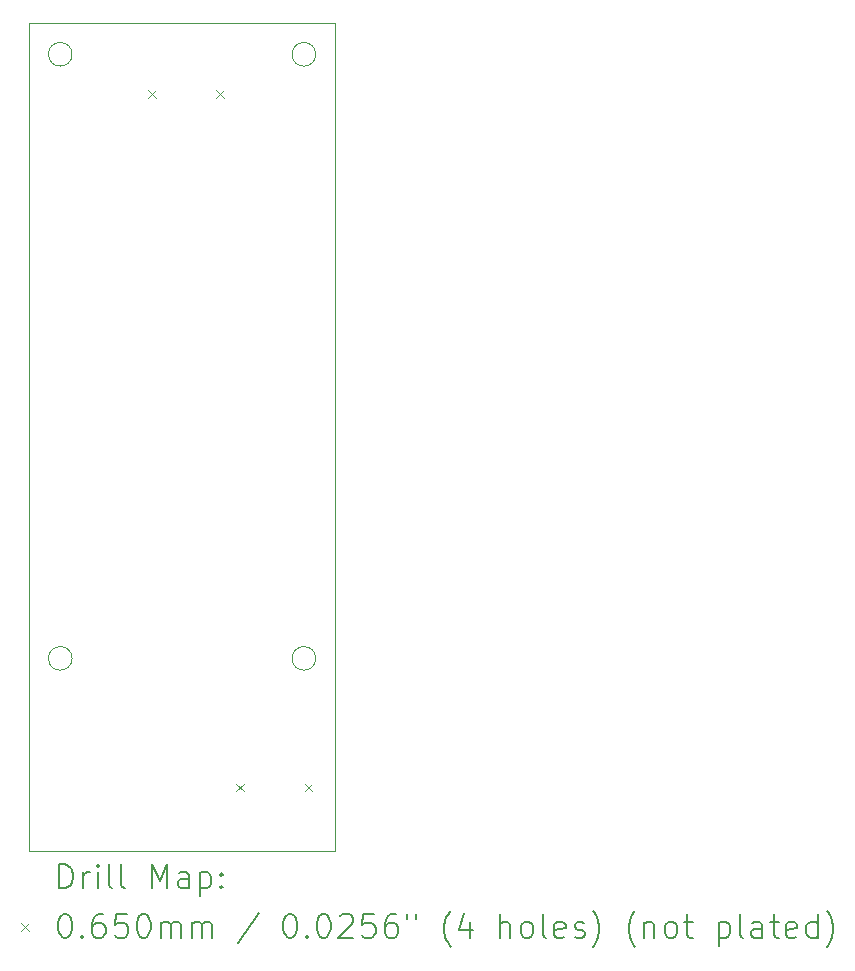
<source format=gbr>
%TF.GenerationSoftware,KiCad,Pcbnew,8.0.2*%
%TF.CreationDate,2024-05-20T21:07:20-07:00*%
%TF.ProjectId,snifferlyzer,736e6966-6665-4726-9c79-7a65722e6b69,rev?*%
%TF.SameCoordinates,Original*%
%TF.FileFunction,Drillmap*%
%TF.FilePolarity,Positive*%
%FSLAX45Y45*%
G04 Gerber Fmt 4.5, Leading zero omitted, Abs format (unit mm)*
G04 Created by KiCad (PCBNEW 8.0.2) date 2024-05-20 21:07:20*
%MOMM*%
%LPD*%
G01*
G04 APERTURE LIST*
%ADD10C,0.050000*%
%ADD11C,0.200000*%
%ADD12C,0.100000*%
G04 APERTURE END LIST*
D10*
X21285300Y-9152460D02*
G75*
G02*
X21085300Y-9152460I-100000J0D01*
G01*
X21085300Y-9152460D02*
G75*
G02*
X21285300Y-9152460I100000J0D01*
G01*
X19221960Y-14267180D02*
G75*
G02*
X19021960Y-14267180I-100000J0D01*
G01*
X19021960Y-14267180D02*
G75*
G02*
X19221960Y-14267180I100000J0D01*
G01*
X19221960Y-9152460D02*
G75*
G02*
X19021960Y-9152460I-100000J0D01*
G01*
X19021960Y-9152460D02*
G75*
G02*
X19221960Y-9152460I100000J0D01*
G01*
X18856960Y-8887460D02*
X21450300Y-8887460D01*
X21450300Y-15897860D01*
X18856960Y-15897860D01*
X18856960Y-8887460D01*
X21285300Y-14267180D02*
G75*
G02*
X21085300Y-14267180I-100000J0D01*
G01*
X21085300Y-14267180D02*
G75*
G02*
X21285300Y-14267180I100000J0D01*
G01*
D11*
D12*
X19866980Y-9454400D02*
X19931980Y-9519400D01*
X19931980Y-9454400D02*
X19866980Y-9519400D01*
X20444980Y-9454400D02*
X20509980Y-9519400D01*
X20509980Y-9454400D02*
X20444980Y-9519400D01*
X20613180Y-15326520D02*
X20678180Y-15391520D01*
X20678180Y-15326520D02*
X20613180Y-15391520D01*
X21191180Y-15326520D02*
X21256180Y-15391520D01*
X21256180Y-15326520D02*
X21191180Y-15391520D01*
D11*
X19115237Y-16211844D02*
X19115237Y-16011844D01*
X19115237Y-16011844D02*
X19162856Y-16011844D01*
X19162856Y-16011844D02*
X19191427Y-16021368D01*
X19191427Y-16021368D02*
X19210475Y-16040415D01*
X19210475Y-16040415D02*
X19219999Y-16059463D01*
X19219999Y-16059463D02*
X19229523Y-16097558D01*
X19229523Y-16097558D02*
X19229523Y-16126129D01*
X19229523Y-16126129D02*
X19219999Y-16164225D01*
X19219999Y-16164225D02*
X19210475Y-16183272D01*
X19210475Y-16183272D02*
X19191427Y-16202320D01*
X19191427Y-16202320D02*
X19162856Y-16211844D01*
X19162856Y-16211844D02*
X19115237Y-16211844D01*
X19315237Y-16211844D02*
X19315237Y-16078510D01*
X19315237Y-16116606D02*
X19324761Y-16097558D01*
X19324761Y-16097558D02*
X19334284Y-16088034D01*
X19334284Y-16088034D02*
X19353332Y-16078510D01*
X19353332Y-16078510D02*
X19372380Y-16078510D01*
X19439046Y-16211844D02*
X19439046Y-16078510D01*
X19439046Y-16011844D02*
X19429523Y-16021368D01*
X19429523Y-16021368D02*
X19439046Y-16030891D01*
X19439046Y-16030891D02*
X19448570Y-16021368D01*
X19448570Y-16021368D02*
X19439046Y-16011844D01*
X19439046Y-16011844D02*
X19439046Y-16030891D01*
X19562856Y-16211844D02*
X19543808Y-16202320D01*
X19543808Y-16202320D02*
X19534284Y-16183272D01*
X19534284Y-16183272D02*
X19534284Y-16011844D01*
X19667618Y-16211844D02*
X19648570Y-16202320D01*
X19648570Y-16202320D02*
X19639046Y-16183272D01*
X19639046Y-16183272D02*
X19639046Y-16011844D01*
X19896189Y-16211844D02*
X19896189Y-16011844D01*
X19896189Y-16011844D02*
X19962856Y-16154701D01*
X19962856Y-16154701D02*
X20029523Y-16011844D01*
X20029523Y-16011844D02*
X20029523Y-16211844D01*
X20210475Y-16211844D02*
X20210475Y-16107082D01*
X20210475Y-16107082D02*
X20200951Y-16088034D01*
X20200951Y-16088034D02*
X20181904Y-16078510D01*
X20181904Y-16078510D02*
X20143808Y-16078510D01*
X20143808Y-16078510D02*
X20124761Y-16088034D01*
X20210475Y-16202320D02*
X20191427Y-16211844D01*
X20191427Y-16211844D02*
X20143808Y-16211844D01*
X20143808Y-16211844D02*
X20124761Y-16202320D01*
X20124761Y-16202320D02*
X20115237Y-16183272D01*
X20115237Y-16183272D02*
X20115237Y-16164225D01*
X20115237Y-16164225D02*
X20124761Y-16145177D01*
X20124761Y-16145177D02*
X20143808Y-16135653D01*
X20143808Y-16135653D02*
X20191427Y-16135653D01*
X20191427Y-16135653D02*
X20210475Y-16126129D01*
X20305713Y-16078510D02*
X20305713Y-16278510D01*
X20305713Y-16088034D02*
X20324761Y-16078510D01*
X20324761Y-16078510D02*
X20362856Y-16078510D01*
X20362856Y-16078510D02*
X20381904Y-16088034D01*
X20381904Y-16088034D02*
X20391427Y-16097558D01*
X20391427Y-16097558D02*
X20400951Y-16116606D01*
X20400951Y-16116606D02*
X20400951Y-16173748D01*
X20400951Y-16173748D02*
X20391427Y-16192796D01*
X20391427Y-16192796D02*
X20381904Y-16202320D01*
X20381904Y-16202320D02*
X20362856Y-16211844D01*
X20362856Y-16211844D02*
X20324761Y-16211844D01*
X20324761Y-16211844D02*
X20305713Y-16202320D01*
X20486665Y-16192796D02*
X20496189Y-16202320D01*
X20496189Y-16202320D02*
X20486665Y-16211844D01*
X20486665Y-16211844D02*
X20477142Y-16202320D01*
X20477142Y-16202320D02*
X20486665Y-16192796D01*
X20486665Y-16192796D02*
X20486665Y-16211844D01*
X20486665Y-16088034D02*
X20496189Y-16097558D01*
X20496189Y-16097558D02*
X20486665Y-16107082D01*
X20486665Y-16107082D02*
X20477142Y-16097558D01*
X20477142Y-16097558D02*
X20486665Y-16088034D01*
X20486665Y-16088034D02*
X20486665Y-16107082D01*
D12*
X18789460Y-16507860D02*
X18854460Y-16572860D01*
X18854460Y-16507860D02*
X18789460Y-16572860D01*
D11*
X19153332Y-16431844D02*
X19172380Y-16431844D01*
X19172380Y-16431844D02*
X19191427Y-16441368D01*
X19191427Y-16441368D02*
X19200951Y-16450891D01*
X19200951Y-16450891D02*
X19210475Y-16469939D01*
X19210475Y-16469939D02*
X19219999Y-16508034D01*
X19219999Y-16508034D02*
X19219999Y-16555653D01*
X19219999Y-16555653D02*
X19210475Y-16593748D01*
X19210475Y-16593748D02*
X19200951Y-16612796D01*
X19200951Y-16612796D02*
X19191427Y-16622320D01*
X19191427Y-16622320D02*
X19172380Y-16631844D01*
X19172380Y-16631844D02*
X19153332Y-16631844D01*
X19153332Y-16631844D02*
X19134284Y-16622320D01*
X19134284Y-16622320D02*
X19124761Y-16612796D01*
X19124761Y-16612796D02*
X19115237Y-16593748D01*
X19115237Y-16593748D02*
X19105713Y-16555653D01*
X19105713Y-16555653D02*
X19105713Y-16508034D01*
X19105713Y-16508034D02*
X19115237Y-16469939D01*
X19115237Y-16469939D02*
X19124761Y-16450891D01*
X19124761Y-16450891D02*
X19134284Y-16441368D01*
X19134284Y-16441368D02*
X19153332Y-16431844D01*
X19305713Y-16612796D02*
X19315237Y-16622320D01*
X19315237Y-16622320D02*
X19305713Y-16631844D01*
X19305713Y-16631844D02*
X19296189Y-16622320D01*
X19296189Y-16622320D02*
X19305713Y-16612796D01*
X19305713Y-16612796D02*
X19305713Y-16631844D01*
X19486665Y-16431844D02*
X19448570Y-16431844D01*
X19448570Y-16431844D02*
X19429523Y-16441368D01*
X19429523Y-16441368D02*
X19419999Y-16450891D01*
X19419999Y-16450891D02*
X19400951Y-16479463D01*
X19400951Y-16479463D02*
X19391427Y-16517558D01*
X19391427Y-16517558D02*
X19391427Y-16593748D01*
X19391427Y-16593748D02*
X19400951Y-16612796D01*
X19400951Y-16612796D02*
X19410475Y-16622320D01*
X19410475Y-16622320D02*
X19429523Y-16631844D01*
X19429523Y-16631844D02*
X19467618Y-16631844D01*
X19467618Y-16631844D02*
X19486665Y-16622320D01*
X19486665Y-16622320D02*
X19496189Y-16612796D01*
X19496189Y-16612796D02*
X19505713Y-16593748D01*
X19505713Y-16593748D02*
X19505713Y-16546129D01*
X19505713Y-16546129D02*
X19496189Y-16527082D01*
X19496189Y-16527082D02*
X19486665Y-16517558D01*
X19486665Y-16517558D02*
X19467618Y-16508034D01*
X19467618Y-16508034D02*
X19429523Y-16508034D01*
X19429523Y-16508034D02*
X19410475Y-16517558D01*
X19410475Y-16517558D02*
X19400951Y-16527082D01*
X19400951Y-16527082D02*
X19391427Y-16546129D01*
X19686665Y-16431844D02*
X19591427Y-16431844D01*
X19591427Y-16431844D02*
X19581904Y-16527082D01*
X19581904Y-16527082D02*
X19591427Y-16517558D01*
X19591427Y-16517558D02*
X19610475Y-16508034D01*
X19610475Y-16508034D02*
X19658094Y-16508034D01*
X19658094Y-16508034D02*
X19677142Y-16517558D01*
X19677142Y-16517558D02*
X19686665Y-16527082D01*
X19686665Y-16527082D02*
X19696189Y-16546129D01*
X19696189Y-16546129D02*
X19696189Y-16593748D01*
X19696189Y-16593748D02*
X19686665Y-16612796D01*
X19686665Y-16612796D02*
X19677142Y-16622320D01*
X19677142Y-16622320D02*
X19658094Y-16631844D01*
X19658094Y-16631844D02*
X19610475Y-16631844D01*
X19610475Y-16631844D02*
X19591427Y-16622320D01*
X19591427Y-16622320D02*
X19581904Y-16612796D01*
X19819999Y-16431844D02*
X19839046Y-16431844D01*
X19839046Y-16431844D02*
X19858094Y-16441368D01*
X19858094Y-16441368D02*
X19867618Y-16450891D01*
X19867618Y-16450891D02*
X19877142Y-16469939D01*
X19877142Y-16469939D02*
X19886665Y-16508034D01*
X19886665Y-16508034D02*
X19886665Y-16555653D01*
X19886665Y-16555653D02*
X19877142Y-16593748D01*
X19877142Y-16593748D02*
X19867618Y-16612796D01*
X19867618Y-16612796D02*
X19858094Y-16622320D01*
X19858094Y-16622320D02*
X19839046Y-16631844D01*
X19839046Y-16631844D02*
X19819999Y-16631844D01*
X19819999Y-16631844D02*
X19800951Y-16622320D01*
X19800951Y-16622320D02*
X19791427Y-16612796D01*
X19791427Y-16612796D02*
X19781904Y-16593748D01*
X19781904Y-16593748D02*
X19772380Y-16555653D01*
X19772380Y-16555653D02*
X19772380Y-16508034D01*
X19772380Y-16508034D02*
X19781904Y-16469939D01*
X19781904Y-16469939D02*
X19791427Y-16450891D01*
X19791427Y-16450891D02*
X19800951Y-16441368D01*
X19800951Y-16441368D02*
X19819999Y-16431844D01*
X19972380Y-16631844D02*
X19972380Y-16498510D01*
X19972380Y-16517558D02*
X19981904Y-16508034D01*
X19981904Y-16508034D02*
X20000951Y-16498510D01*
X20000951Y-16498510D02*
X20029523Y-16498510D01*
X20029523Y-16498510D02*
X20048570Y-16508034D01*
X20048570Y-16508034D02*
X20058094Y-16527082D01*
X20058094Y-16527082D02*
X20058094Y-16631844D01*
X20058094Y-16527082D02*
X20067618Y-16508034D01*
X20067618Y-16508034D02*
X20086665Y-16498510D01*
X20086665Y-16498510D02*
X20115237Y-16498510D01*
X20115237Y-16498510D02*
X20134285Y-16508034D01*
X20134285Y-16508034D02*
X20143808Y-16527082D01*
X20143808Y-16527082D02*
X20143808Y-16631844D01*
X20239046Y-16631844D02*
X20239046Y-16498510D01*
X20239046Y-16517558D02*
X20248570Y-16508034D01*
X20248570Y-16508034D02*
X20267618Y-16498510D01*
X20267618Y-16498510D02*
X20296189Y-16498510D01*
X20296189Y-16498510D02*
X20315237Y-16508034D01*
X20315237Y-16508034D02*
X20324761Y-16527082D01*
X20324761Y-16527082D02*
X20324761Y-16631844D01*
X20324761Y-16527082D02*
X20334285Y-16508034D01*
X20334285Y-16508034D02*
X20353332Y-16498510D01*
X20353332Y-16498510D02*
X20381904Y-16498510D01*
X20381904Y-16498510D02*
X20400951Y-16508034D01*
X20400951Y-16508034D02*
X20410475Y-16527082D01*
X20410475Y-16527082D02*
X20410475Y-16631844D01*
X20800951Y-16422320D02*
X20629523Y-16679463D01*
X21058094Y-16431844D02*
X21077142Y-16431844D01*
X21077142Y-16431844D02*
X21096189Y-16441368D01*
X21096189Y-16441368D02*
X21105713Y-16450891D01*
X21105713Y-16450891D02*
X21115237Y-16469939D01*
X21115237Y-16469939D02*
X21124761Y-16508034D01*
X21124761Y-16508034D02*
X21124761Y-16555653D01*
X21124761Y-16555653D02*
X21115237Y-16593748D01*
X21115237Y-16593748D02*
X21105713Y-16612796D01*
X21105713Y-16612796D02*
X21096189Y-16622320D01*
X21096189Y-16622320D02*
X21077142Y-16631844D01*
X21077142Y-16631844D02*
X21058094Y-16631844D01*
X21058094Y-16631844D02*
X21039047Y-16622320D01*
X21039047Y-16622320D02*
X21029523Y-16612796D01*
X21029523Y-16612796D02*
X21019999Y-16593748D01*
X21019999Y-16593748D02*
X21010475Y-16555653D01*
X21010475Y-16555653D02*
X21010475Y-16508034D01*
X21010475Y-16508034D02*
X21019999Y-16469939D01*
X21019999Y-16469939D02*
X21029523Y-16450891D01*
X21029523Y-16450891D02*
X21039047Y-16441368D01*
X21039047Y-16441368D02*
X21058094Y-16431844D01*
X21210475Y-16612796D02*
X21219999Y-16622320D01*
X21219999Y-16622320D02*
X21210475Y-16631844D01*
X21210475Y-16631844D02*
X21200951Y-16622320D01*
X21200951Y-16622320D02*
X21210475Y-16612796D01*
X21210475Y-16612796D02*
X21210475Y-16631844D01*
X21343808Y-16431844D02*
X21362856Y-16431844D01*
X21362856Y-16431844D02*
X21381904Y-16441368D01*
X21381904Y-16441368D02*
X21391428Y-16450891D01*
X21391428Y-16450891D02*
X21400951Y-16469939D01*
X21400951Y-16469939D02*
X21410475Y-16508034D01*
X21410475Y-16508034D02*
X21410475Y-16555653D01*
X21410475Y-16555653D02*
X21400951Y-16593748D01*
X21400951Y-16593748D02*
X21391428Y-16612796D01*
X21391428Y-16612796D02*
X21381904Y-16622320D01*
X21381904Y-16622320D02*
X21362856Y-16631844D01*
X21362856Y-16631844D02*
X21343808Y-16631844D01*
X21343808Y-16631844D02*
X21324761Y-16622320D01*
X21324761Y-16622320D02*
X21315237Y-16612796D01*
X21315237Y-16612796D02*
X21305713Y-16593748D01*
X21305713Y-16593748D02*
X21296189Y-16555653D01*
X21296189Y-16555653D02*
X21296189Y-16508034D01*
X21296189Y-16508034D02*
X21305713Y-16469939D01*
X21305713Y-16469939D02*
X21315237Y-16450891D01*
X21315237Y-16450891D02*
X21324761Y-16441368D01*
X21324761Y-16441368D02*
X21343808Y-16431844D01*
X21486666Y-16450891D02*
X21496189Y-16441368D01*
X21496189Y-16441368D02*
X21515237Y-16431844D01*
X21515237Y-16431844D02*
X21562856Y-16431844D01*
X21562856Y-16431844D02*
X21581904Y-16441368D01*
X21581904Y-16441368D02*
X21591428Y-16450891D01*
X21591428Y-16450891D02*
X21600951Y-16469939D01*
X21600951Y-16469939D02*
X21600951Y-16488987D01*
X21600951Y-16488987D02*
X21591428Y-16517558D01*
X21591428Y-16517558D02*
X21477142Y-16631844D01*
X21477142Y-16631844D02*
X21600951Y-16631844D01*
X21781904Y-16431844D02*
X21686666Y-16431844D01*
X21686666Y-16431844D02*
X21677142Y-16527082D01*
X21677142Y-16527082D02*
X21686666Y-16517558D01*
X21686666Y-16517558D02*
X21705713Y-16508034D01*
X21705713Y-16508034D02*
X21753332Y-16508034D01*
X21753332Y-16508034D02*
X21772380Y-16517558D01*
X21772380Y-16517558D02*
X21781904Y-16527082D01*
X21781904Y-16527082D02*
X21791428Y-16546129D01*
X21791428Y-16546129D02*
X21791428Y-16593748D01*
X21791428Y-16593748D02*
X21781904Y-16612796D01*
X21781904Y-16612796D02*
X21772380Y-16622320D01*
X21772380Y-16622320D02*
X21753332Y-16631844D01*
X21753332Y-16631844D02*
X21705713Y-16631844D01*
X21705713Y-16631844D02*
X21686666Y-16622320D01*
X21686666Y-16622320D02*
X21677142Y-16612796D01*
X21962856Y-16431844D02*
X21924761Y-16431844D01*
X21924761Y-16431844D02*
X21905713Y-16441368D01*
X21905713Y-16441368D02*
X21896189Y-16450891D01*
X21896189Y-16450891D02*
X21877142Y-16479463D01*
X21877142Y-16479463D02*
X21867618Y-16517558D01*
X21867618Y-16517558D02*
X21867618Y-16593748D01*
X21867618Y-16593748D02*
X21877142Y-16612796D01*
X21877142Y-16612796D02*
X21886666Y-16622320D01*
X21886666Y-16622320D02*
X21905713Y-16631844D01*
X21905713Y-16631844D02*
X21943809Y-16631844D01*
X21943809Y-16631844D02*
X21962856Y-16622320D01*
X21962856Y-16622320D02*
X21972380Y-16612796D01*
X21972380Y-16612796D02*
X21981904Y-16593748D01*
X21981904Y-16593748D02*
X21981904Y-16546129D01*
X21981904Y-16546129D02*
X21972380Y-16527082D01*
X21972380Y-16527082D02*
X21962856Y-16517558D01*
X21962856Y-16517558D02*
X21943809Y-16508034D01*
X21943809Y-16508034D02*
X21905713Y-16508034D01*
X21905713Y-16508034D02*
X21886666Y-16517558D01*
X21886666Y-16517558D02*
X21877142Y-16527082D01*
X21877142Y-16527082D02*
X21867618Y-16546129D01*
X22058094Y-16431844D02*
X22058094Y-16469939D01*
X22134285Y-16431844D02*
X22134285Y-16469939D01*
X22429523Y-16708034D02*
X22419999Y-16698510D01*
X22419999Y-16698510D02*
X22400951Y-16669939D01*
X22400951Y-16669939D02*
X22391428Y-16650891D01*
X22391428Y-16650891D02*
X22381904Y-16622320D01*
X22381904Y-16622320D02*
X22372380Y-16574701D01*
X22372380Y-16574701D02*
X22372380Y-16536606D01*
X22372380Y-16536606D02*
X22381904Y-16488987D01*
X22381904Y-16488987D02*
X22391428Y-16460415D01*
X22391428Y-16460415D02*
X22400951Y-16441368D01*
X22400951Y-16441368D02*
X22419999Y-16412796D01*
X22419999Y-16412796D02*
X22429523Y-16403272D01*
X22591428Y-16498510D02*
X22591428Y-16631844D01*
X22543808Y-16422320D02*
X22496189Y-16565177D01*
X22496189Y-16565177D02*
X22619999Y-16565177D01*
X22848570Y-16631844D02*
X22848570Y-16431844D01*
X22934285Y-16631844D02*
X22934285Y-16527082D01*
X22934285Y-16527082D02*
X22924761Y-16508034D01*
X22924761Y-16508034D02*
X22905713Y-16498510D01*
X22905713Y-16498510D02*
X22877142Y-16498510D01*
X22877142Y-16498510D02*
X22858094Y-16508034D01*
X22858094Y-16508034D02*
X22848570Y-16517558D01*
X23058094Y-16631844D02*
X23039047Y-16622320D01*
X23039047Y-16622320D02*
X23029523Y-16612796D01*
X23029523Y-16612796D02*
X23019999Y-16593748D01*
X23019999Y-16593748D02*
X23019999Y-16536606D01*
X23019999Y-16536606D02*
X23029523Y-16517558D01*
X23029523Y-16517558D02*
X23039047Y-16508034D01*
X23039047Y-16508034D02*
X23058094Y-16498510D01*
X23058094Y-16498510D02*
X23086666Y-16498510D01*
X23086666Y-16498510D02*
X23105713Y-16508034D01*
X23105713Y-16508034D02*
X23115237Y-16517558D01*
X23115237Y-16517558D02*
X23124761Y-16536606D01*
X23124761Y-16536606D02*
X23124761Y-16593748D01*
X23124761Y-16593748D02*
X23115237Y-16612796D01*
X23115237Y-16612796D02*
X23105713Y-16622320D01*
X23105713Y-16622320D02*
X23086666Y-16631844D01*
X23086666Y-16631844D02*
X23058094Y-16631844D01*
X23239047Y-16631844D02*
X23219999Y-16622320D01*
X23219999Y-16622320D02*
X23210475Y-16603272D01*
X23210475Y-16603272D02*
X23210475Y-16431844D01*
X23391428Y-16622320D02*
X23372380Y-16631844D01*
X23372380Y-16631844D02*
X23334285Y-16631844D01*
X23334285Y-16631844D02*
X23315237Y-16622320D01*
X23315237Y-16622320D02*
X23305713Y-16603272D01*
X23305713Y-16603272D02*
X23305713Y-16527082D01*
X23305713Y-16527082D02*
X23315237Y-16508034D01*
X23315237Y-16508034D02*
X23334285Y-16498510D01*
X23334285Y-16498510D02*
X23372380Y-16498510D01*
X23372380Y-16498510D02*
X23391428Y-16508034D01*
X23391428Y-16508034D02*
X23400951Y-16527082D01*
X23400951Y-16527082D02*
X23400951Y-16546129D01*
X23400951Y-16546129D02*
X23305713Y-16565177D01*
X23477142Y-16622320D02*
X23496190Y-16631844D01*
X23496190Y-16631844D02*
X23534285Y-16631844D01*
X23534285Y-16631844D02*
X23553332Y-16622320D01*
X23553332Y-16622320D02*
X23562856Y-16603272D01*
X23562856Y-16603272D02*
X23562856Y-16593748D01*
X23562856Y-16593748D02*
X23553332Y-16574701D01*
X23553332Y-16574701D02*
X23534285Y-16565177D01*
X23534285Y-16565177D02*
X23505713Y-16565177D01*
X23505713Y-16565177D02*
X23486666Y-16555653D01*
X23486666Y-16555653D02*
X23477142Y-16536606D01*
X23477142Y-16536606D02*
X23477142Y-16527082D01*
X23477142Y-16527082D02*
X23486666Y-16508034D01*
X23486666Y-16508034D02*
X23505713Y-16498510D01*
X23505713Y-16498510D02*
X23534285Y-16498510D01*
X23534285Y-16498510D02*
X23553332Y-16508034D01*
X23629523Y-16708034D02*
X23639047Y-16698510D01*
X23639047Y-16698510D02*
X23658094Y-16669939D01*
X23658094Y-16669939D02*
X23667618Y-16650891D01*
X23667618Y-16650891D02*
X23677142Y-16622320D01*
X23677142Y-16622320D02*
X23686666Y-16574701D01*
X23686666Y-16574701D02*
X23686666Y-16536606D01*
X23686666Y-16536606D02*
X23677142Y-16488987D01*
X23677142Y-16488987D02*
X23667618Y-16460415D01*
X23667618Y-16460415D02*
X23658094Y-16441368D01*
X23658094Y-16441368D02*
X23639047Y-16412796D01*
X23639047Y-16412796D02*
X23629523Y-16403272D01*
X23991428Y-16708034D02*
X23981904Y-16698510D01*
X23981904Y-16698510D02*
X23962856Y-16669939D01*
X23962856Y-16669939D02*
X23953332Y-16650891D01*
X23953332Y-16650891D02*
X23943809Y-16622320D01*
X23943809Y-16622320D02*
X23934285Y-16574701D01*
X23934285Y-16574701D02*
X23934285Y-16536606D01*
X23934285Y-16536606D02*
X23943809Y-16488987D01*
X23943809Y-16488987D02*
X23953332Y-16460415D01*
X23953332Y-16460415D02*
X23962856Y-16441368D01*
X23962856Y-16441368D02*
X23981904Y-16412796D01*
X23981904Y-16412796D02*
X23991428Y-16403272D01*
X24067618Y-16498510D02*
X24067618Y-16631844D01*
X24067618Y-16517558D02*
X24077142Y-16508034D01*
X24077142Y-16508034D02*
X24096190Y-16498510D01*
X24096190Y-16498510D02*
X24124761Y-16498510D01*
X24124761Y-16498510D02*
X24143809Y-16508034D01*
X24143809Y-16508034D02*
X24153332Y-16527082D01*
X24153332Y-16527082D02*
X24153332Y-16631844D01*
X24277142Y-16631844D02*
X24258094Y-16622320D01*
X24258094Y-16622320D02*
X24248571Y-16612796D01*
X24248571Y-16612796D02*
X24239047Y-16593748D01*
X24239047Y-16593748D02*
X24239047Y-16536606D01*
X24239047Y-16536606D02*
X24248571Y-16517558D01*
X24248571Y-16517558D02*
X24258094Y-16508034D01*
X24258094Y-16508034D02*
X24277142Y-16498510D01*
X24277142Y-16498510D02*
X24305713Y-16498510D01*
X24305713Y-16498510D02*
X24324761Y-16508034D01*
X24324761Y-16508034D02*
X24334285Y-16517558D01*
X24334285Y-16517558D02*
X24343809Y-16536606D01*
X24343809Y-16536606D02*
X24343809Y-16593748D01*
X24343809Y-16593748D02*
X24334285Y-16612796D01*
X24334285Y-16612796D02*
X24324761Y-16622320D01*
X24324761Y-16622320D02*
X24305713Y-16631844D01*
X24305713Y-16631844D02*
X24277142Y-16631844D01*
X24400952Y-16498510D02*
X24477142Y-16498510D01*
X24429523Y-16431844D02*
X24429523Y-16603272D01*
X24429523Y-16603272D02*
X24439047Y-16622320D01*
X24439047Y-16622320D02*
X24458094Y-16631844D01*
X24458094Y-16631844D02*
X24477142Y-16631844D01*
X24696190Y-16498510D02*
X24696190Y-16698510D01*
X24696190Y-16508034D02*
X24715237Y-16498510D01*
X24715237Y-16498510D02*
X24753333Y-16498510D01*
X24753333Y-16498510D02*
X24772380Y-16508034D01*
X24772380Y-16508034D02*
X24781904Y-16517558D01*
X24781904Y-16517558D02*
X24791428Y-16536606D01*
X24791428Y-16536606D02*
X24791428Y-16593748D01*
X24791428Y-16593748D02*
X24781904Y-16612796D01*
X24781904Y-16612796D02*
X24772380Y-16622320D01*
X24772380Y-16622320D02*
X24753333Y-16631844D01*
X24753333Y-16631844D02*
X24715237Y-16631844D01*
X24715237Y-16631844D02*
X24696190Y-16622320D01*
X24905713Y-16631844D02*
X24886666Y-16622320D01*
X24886666Y-16622320D02*
X24877142Y-16603272D01*
X24877142Y-16603272D02*
X24877142Y-16431844D01*
X25067618Y-16631844D02*
X25067618Y-16527082D01*
X25067618Y-16527082D02*
X25058094Y-16508034D01*
X25058094Y-16508034D02*
X25039047Y-16498510D01*
X25039047Y-16498510D02*
X25000952Y-16498510D01*
X25000952Y-16498510D02*
X24981904Y-16508034D01*
X25067618Y-16622320D02*
X25048571Y-16631844D01*
X25048571Y-16631844D02*
X25000952Y-16631844D01*
X25000952Y-16631844D02*
X24981904Y-16622320D01*
X24981904Y-16622320D02*
X24972380Y-16603272D01*
X24972380Y-16603272D02*
X24972380Y-16584225D01*
X24972380Y-16584225D02*
X24981904Y-16565177D01*
X24981904Y-16565177D02*
X25000952Y-16555653D01*
X25000952Y-16555653D02*
X25048571Y-16555653D01*
X25048571Y-16555653D02*
X25067618Y-16546129D01*
X25134285Y-16498510D02*
X25210475Y-16498510D01*
X25162856Y-16431844D02*
X25162856Y-16603272D01*
X25162856Y-16603272D02*
X25172380Y-16622320D01*
X25172380Y-16622320D02*
X25191428Y-16631844D01*
X25191428Y-16631844D02*
X25210475Y-16631844D01*
X25353333Y-16622320D02*
X25334285Y-16631844D01*
X25334285Y-16631844D02*
X25296190Y-16631844D01*
X25296190Y-16631844D02*
X25277142Y-16622320D01*
X25277142Y-16622320D02*
X25267618Y-16603272D01*
X25267618Y-16603272D02*
X25267618Y-16527082D01*
X25267618Y-16527082D02*
X25277142Y-16508034D01*
X25277142Y-16508034D02*
X25296190Y-16498510D01*
X25296190Y-16498510D02*
X25334285Y-16498510D01*
X25334285Y-16498510D02*
X25353333Y-16508034D01*
X25353333Y-16508034D02*
X25362856Y-16527082D01*
X25362856Y-16527082D02*
X25362856Y-16546129D01*
X25362856Y-16546129D02*
X25267618Y-16565177D01*
X25534285Y-16631844D02*
X25534285Y-16431844D01*
X25534285Y-16622320D02*
X25515237Y-16631844D01*
X25515237Y-16631844D02*
X25477142Y-16631844D01*
X25477142Y-16631844D02*
X25458094Y-16622320D01*
X25458094Y-16622320D02*
X25448571Y-16612796D01*
X25448571Y-16612796D02*
X25439047Y-16593748D01*
X25439047Y-16593748D02*
X25439047Y-16536606D01*
X25439047Y-16536606D02*
X25448571Y-16517558D01*
X25448571Y-16517558D02*
X25458094Y-16508034D01*
X25458094Y-16508034D02*
X25477142Y-16498510D01*
X25477142Y-16498510D02*
X25515237Y-16498510D01*
X25515237Y-16498510D02*
X25534285Y-16508034D01*
X25610475Y-16708034D02*
X25619999Y-16698510D01*
X25619999Y-16698510D02*
X25639047Y-16669939D01*
X25639047Y-16669939D02*
X25648571Y-16650891D01*
X25648571Y-16650891D02*
X25658094Y-16622320D01*
X25658094Y-16622320D02*
X25667618Y-16574701D01*
X25667618Y-16574701D02*
X25667618Y-16536606D01*
X25667618Y-16536606D02*
X25658094Y-16488987D01*
X25658094Y-16488987D02*
X25648571Y-16460415D01*
X25648571Y-16460415D02*
X25639047Y-16441368D01*
X25639047Y-16441368D02*
X25619999Y-16412796D01*
X25619999Y-16412796D02*
X25610475Y-16403272D01*
M02*

</source>
